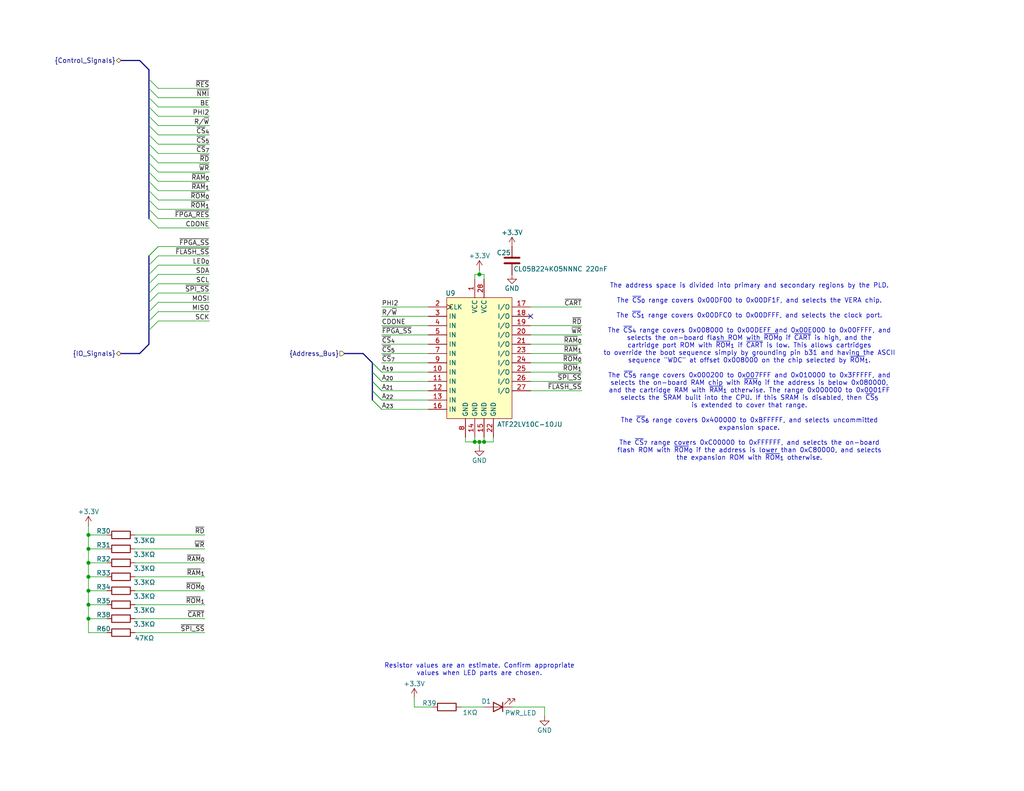
<source format=kicad_sch>
(kicad_sch (version 20231120) (generator "eeschema") (generator_version "8.0")
  (paper "USLetter")
  (lib_symbols
    (symbol "Device:C" (pin_numbers hide) (pin_names (offset 0.254))
      (property "Reference" "C" (at 0.635 2.54 0))
      (property "Value" "C" (at 0.635 -2.54 0))
      (symbol "C_0_1"
        (polyline (pts (xy -2.032 -0.762) (xy 2.032 -0.762)) (stroke (width 0.508)))
        (polyline (pts (xy -2.032 0.762) (xy 2.032 0.762)) (stroke (width 0.508)))
      )
      (symbol "C_1_1"
        (pin passive line (at 0 3.81 270) (length 2.794) (name "~") (number "1"))
        (pin passive line (at 0 -3.81 90) (length 2.794) (name "~") (number "2"))
      )
    )
    (symbol "Device:LED" (pin_numbers hide) (pin_names (offset 1.016) hide)
      (property "Reference" "D" (at 0 2.54 0))
      (property "Value" "LED" (at 0 -2.54 0))
      (symbol "LED_0_1"
        (polyline (pts (xy -1.27 -1.27) (xy -1.27 1.27)) (stroke (width 0.254)))
        (polyline (pts (xy -1.27 0) (xy 1.27 0)))
        (polyline (pts (xy 1.27 -1.27) (xy 1.27 1.27) (xy -1.27 0) (xy 1.27 -1.27)) (stroke (width 0.254)))
        (polyline (pts (xy -3.048 -0.762) (xy -4.572 -2.286) (xy -3.81 -2.286) (xy -4.572 -2.286) (xy -4.572 -1.524)))
        (polyline (pts (xy -1.778 -0.762) (xy -3.302 -2.286) (xy -2.54 -2.286) (xy -3.302 -2.286) (xy -3.302 -1.524)))
      )
      (symbol "LED_1_1"
        (pin passive line (at -3.81 0 0) (length 2.54) (name "K") (number "1"))
        (pin passive line (at 3.81 0 180) (length 2.54) (name "A") (number "2"))
      )
    )
    (symbol "Device:R" (pin_numbers hide) (pin_names (offset 0))
      (property "Reference" "R" (at 2.032 0 90))
      (property "Value" "R" (at 0 0 90))
      (symbol "R_0_1"
        (rectangle (start -1.016 -2.54) (end 1.016 2.54) (stroke (width 0.254)))
      )
      (symbol "R_1_1"
        (pin passive line (at 0 3.81 270) (length 1.27) (name "~") (number "1"))
        (pin passive line (at 0 -3.81 90) (length 1.27) (name "~") (number "2"))
      )
    )
    (symbol "Sentinel 65X - Prototype 4 V2:ATF22LV10C-10JU"
      (property "Reference" "U" (at 0.557 0.7994 0))
      (property "Value" "ATF22LV10C-10JU" (at 10.16 7.62 0))
      (symbol "ATF22LV10C-10JU_1_1"
        (rectangle (start 0 0) (end 17.78 -33.02) (fill (type background)))
        (pin power_in line (at 7.62 5.08 270) (length 5.08) (name "VCC") (number "1"))
        (pin input line (at -5.08 -20.32 0) (length 5.08) (name "IN") (number "10"))
        (pin input line (at -5.08 -22.86 0) (length 5.08) (name "IN") (number "11"))
        (pin input line (at -5.08 -25.4 0) (length 5.08) (name "IN") (number "12"))
        (pin input line (at -5.08 -27.94 0) (length 5.08) (name "IN") (number "13"))
        (pin power_in line (at 7.62 -38.1 90) (length 5.08) (name "GND") (number "14"))
        (pin power_in line (at 10.16 -38.1 90) (length 5.08) (name "GND") (number "15"))
        (pin input line (at -5.08 -30.48 0) (length 5.08) (name "IN") (number "16"))
        (pin bidirectional line (at 22.86 -2.54 180) (length 5.08) (name "I/O") (number "17"))
        (pin bidirectional line (at 22.86 -5.08 180) (length 5.08) (name "I/O") (number "18"))
        (pin bidirectional line (at 22.86 -7.62 180) (length 5.08) (name "I/O") (number "19"))
        (pin input line (at -5.08 -2.54 0) (length 5.08) (name "IN") (number "2") (alternate "CLK" input clock))
        (pin bidirectional line (at 22.86 -10.16 180) (length 5.08) (name "I/O") (number "20"))
        (pin bidirectional line (at 22.86 -12.7 180) (length 5.08) (name "I/O") (number "21"))
        (pin power_in line (at 12.7 -38.1 90) (length 5.08) (name "GND") (number "22"))
        (pin bidirectional line (at 22.86 -15.24 180) (length 5.08) (name "I/O") (number "23"))
        (pin bidirectional line (at 22.86 -17.78 180) (length 5.08) (name "I/O") (number "24"))
        (pin bidirectional line (at 22.86 -20.32 180) (length 5.08) (name "I/O") (number "25"))
        (pin bidirectional line (at 22.86 -22.86 180) (length 5.08) (name "I/O") (number "26"))
        (pin bidirectional line (at 22.86 -25.4 180) (length 5.08) (name "I/O") (number "27"))
        (pin power_in line (at 10.16 5.08 270) (length 5.08) (name "VCC") (number "28"))
        (pin input line (at -5.08 -5.08 0) (length 5.08) (name "IN") (number "3"))
        (pin input line (at -5.08 -7.62 0) (length 5.08) (name "IN") (number "4"))
        (pin input line (at -5.08 -10.16 0) (length 5.08) (name "IN") (number "5"))
        (pin input line (at -5.08 -12.7 0) (length 5.08) (name "IN") (number "6"))
        (pin input line (at -5.08 -15.24 0) (length 5.08) (name "IN") (number "7"))
        (pin power_in line (at 5.08 -38.1 90) (length 5.08) (name "GND") (number "8"))
        (pin input line (at -5.08 -17.78 0) (length 5.08) (name "IN") (number "9"))
      )
    )
    (symbol "power:+3.3V" (power) (pin_numbers hide) (pin_names (offset 0) hide)
      (property "Value" "+3.3V" (at 0 3.556 0))
      (symbol "+3.3V_0_1"
        (polyline (pts (xy -0.762 1.27) (xy 0 2.54)))
        (polyline (pts (xy 0 0) (xy 0 2.54)))
        (polyline (pts (xy 0 2.54) (xy 0.762 1.27)))
      )
      (symbol "+3.3V_1_1"
        (pin power_in line (at 0 0 90) (length 0) (name "~") (number "1"))
      )
    )
    (symbol "power:GND" (power) (pin_numbers hide) (pin_names (offset 0) hide)
      (property "Value" "GND" (at 0 -3.81 0))
      (symbol "GND_0_1"
        (polyline (pts (xy 0 0) (xy 0 -1.27) (xy 1.27 -1.27) (xy 0 -2.54) (xy -1.27 -1.27) (xy 0 -1.27)))
      )
      (symbol "GND_1_1"
        (pin power_in line (at 0 0 270) (length 0) (name "~") (number "1"))
      )
    )
  )
  (junction (at 130.81 120.65))
  (junction (at 24.13 165.1))
  (junction (at 24.13 161.29))
  (junction (at 129.54 120.65))
  (junction (at 24.13 149.86))
  (junction (at 24.13 153.67))
  (junction (at 24.13 157.48))
  (junction (at 24.13 146.05))
  (junction (at 24.13 168.91))
  (junction (at 130.81 74.93))
  (junction (at 132.08 120.65))
  (no_connect (at 144.78 86.36))
  (bus_entry (at 40.64 74.93) (size 2.54 -2.54))
  (bus_entry (at 40.64 57.15) (size 2.54 2.54))
  (bus_entry (at 40.64 39.37) (size 2.54 2.54))
  (bus_entry (at 40.64 21.59) (size 2.54 2.54))
  (bus_entry (at 40.64 29.21) (size 2.54 2.54))
  (bus_entry (at 40.64 69.85) (size 2.54 -2.54))
  (bus_entry (at 40.64 31.75) (size 2.54 2.54))
  (bus_entry (at 40.64 52.07) (size 2.54 2.54))
  (bus_entry (at 40.64 59.69) (size 2.54 2.54))
  (bus_entry (at 40.64 24.13) (size 2.54 2.54))
  (bus_entry (at 101.6 101.6) (size 2.54 2.54))
  (bus_entry (at 104.14 106.68) (size -2.54 -2.54))
  (bus_entry (at 40.64 49.53) (size 2.54 2.54))
  (bus_entry (at 40.64 80.01) (size 2.54 -2.54))
  (bus_entry (at 40.64 77.47) (size 2.54 -2.54))
  (bus_entry (at 40.64 34.29) (size 2.54 2.54))
  (bus_entry (at 104.14 104.14) (size -2.54 -2.54))
  (bus_entry (at 104.14 111.76) (size -2.54 -2.54))
  (bus_entry (at 104.14 109.22) (size -2.54 -2.54))
  (bus_entry (at 40.64 54.61) (size 2.54 2.54))
  (bus_entry (at 40.64 87.63) (size 2.54 -2.54))
  (bus_entry (at 101.6 109.22) (size 2.54 2.54))
  (bus_entry (at 101.6 104.14) (size 2.54 2.54))
  (bus_entry (at 40.64 69.85) (size 2.54 -2.54))
  (bus_entry (at 104.14 101.6) (size -2.54 -2.54))
  (bus_entry (at 40.64 26.67) (size 2.54 2.54))
  (bus_entry (at 40.64 72.39) (size 2.54 -2.54))
  (bus_entry (at 40.64 41.91) (size 2.54 2.54))
  (bus_entry (at 40.64 44.45) (size 2.54 2.54))
  (bus_entry (at 40.64 90.17) (size 2.54 -2.54))
  (bus_entry (at 40.64 85.09) (size 2.54 -2.54))
  (bus_entry (at 40.64 82.55) (size 2.54 -2.54))
  (bus_entry (at 40.64 46.99) (size 2.54 2.54))
  (bus_entry (at 101.6 99.06) (size 2.54 2.54))
  (bus_entry (at 40.64 36.83) (size 2.54 2.54))
  (bus_entry (at 101.6 106.68) (size 2.54 2.54))
  (bus (pts (xy 40.64 24.13) (xy 40.64 26.67)))
  (wire (pts (xy 43.18 80.01) (xy 57.15 80.01)))
  (wire (pts (xy 158.75 104.14) (xy 144.78 104.14)))
  (bus (pts (xy 40.64 46.99) (xy 40.64 49.53)))
  (wire (pts (xy 104.14 93.98) (xy 116.84 93.98)))
  (bus (pts (xy 40.64 31.75) (xy 40.64 34.29)))
  (bus (pts (xy 101.6 99.06) (xy 101.6 101.6)))
  (wire (pts (xy 24.13 172.72) (xy 29.21 172.72)))
  (wire (pts (xy 43.18 62.23) (xy 57.15 62.23)))
  (bus (pts (xy 40.64 21.59) (xy 40.64 24.13)))
  (bus (pts (xy 40.64 49.53) (xy 40.64 52.07)))
  (wire (pts (xy 129.54 74.93) (xy 130.81 74.93)))
  (wire (pts (xy 104.14 96.52) (xy 116.84 96.52)))
  (wire (pts (xy 24.13 168.91) (xy 24.13 172.72)))
  (wire (pts (xy 158.75 106.68) (xy 144.78 106.68)))
  (bus (pts (xy 40.64 29.21) (xy 40.64 31.75)))
  (wire (pts (xy 43.18 44.45) (xy 57.15 44.45)))
  (bus (pts (xy 40.64 82.55) (xy 40.64 85.09)))
  (wire (pts (xy 43.18 39.37) (xy 57.15 39.37)))
  (wire (pts (xy 144.78 83.82) (xy 158.75 83.82)))
  (wire (pts (xy 158.75 96.52) (xy 144.78 96.52)))
  (wire (pts (xy 43.18 77.47) (xy 57.15 77.47)))
  (wire (pts (xy 24.13 149.86) (xy 24.13 153.67)))
  (bus (pts (xy 40.64 44.45) (xy 40.64 46.99)))
  (wire (pts (xy 158.75 88.9) (xy 144.78 88.9)))
  (bus (pts (xy 40.64 41.91) (xy 40.64 44.45)))
  (wire (pts (xy 139.7 193.04) (xy 148.59 193.04)))
  (bus (pts (xy 33.02 16.51) (xy 38.1 16.51)))
  (wire (pts (xy 104.14 88.9) (xy 116.84 88.9)))
  (wire (pts (xy 104.14 86.36) (xy 116.84 86.36)))
  (wire (pts (xy 104.14 99.06) (xy 116.84 99.06)))
  (bus (pts (xy 40.64 90.17) (xy 40.64 93.98)))
  (wire (pts (xy 132.08 74.93) (xy 132.08 76.2)))
  (bus (pts (xy 40.64 72.39) (xy 40.64 74.93)))
  (wire (pts (xy 43.18 31.75) (xy 57.15 31.75)))
  (wire (pts (xy 158.75 91.44) (xy 144.78 91.44)))
  (wire (pts (xy 104.14 83.82) (xy 116.84 83.82)))
  (bus (pts (xy 40.64 34.29) (xy 40.64 36.83)))
  (bus (pts (xy 40.64 69.85) (xy 40.64 72.39)))
  (wire (pts (xy 43.18 69.85) (xy 57.15 69.85)))
  (bus (pts (xy 40.64 80.01) (xy 40.64 82.55)))
  (bus (pts (xy 40.64 26.67) (xy 40.64 29.21)))
  (wire (pts (xy 43.18 24.13) (xy 57.15 24.13)))
  (wire (pts (xy 104.14 104.14) (xy 116.84 104.14)))
  (wire (pts (xy 55.88 146.05) (xy 36.83 146.05)))
  (wire (pts (xy 43.18 54.61) (xy 57.15 54.61)))
  (wire (pts (xy 43.18 59.69) (xy 57.15 59.69)))
  (wire (pts (xy 24.13 157.48) (xy 24.13 161.29)))
  (bus (pts (xy 40.64 85.09) (xy 40.64 87.63)))
  (wire (pts (xy 43.18 52.07) (xy 57.15 52.07)))
  (wire (pts (xy 127 120.65) (xy 129.54 120.65)))
  (wire (pts (xy 132.08 119.38) (xy 132.08 120.65)))
  (wire (pts (xy 130.81 120.65) (xy 130.81 121.92)))
  (wire (pts (xy 43.18 67.31) (xy 57.15 67.31)))
  (wire (pts (xy 134.62 119.38) (xy 134.62 120.65)))
  (wire (pts (xy 104.14 109.22) (xy 116.84 109.22)))
  (wire (pts (xy 24.13 149.86) (xy 29.21 149.86)))
  (wire (pts (xy 125.73 193.04) (xy 132.08 193.04)))
  (bus (pts (xy 38.1 96.52) (xy 40.64 93.98)))
  (bus (pts (xy 40.64 57.15) (xy 40.64 59.69)))
  (wire (pts (xy 158.75 99.06) (xy 144.78 99.06)))
  (bus (pts (xy 40.64 87.63) (xy 40.64 90.17)))
  (wire (pts (xy 43.18 85.09) (xy 57.15 85.09)))
  (wire (pts (xy 24.13 165.1) (xy 29.21 165.1)))
  (bus (pts (xy 40.64 39.37) (xy 40.64 41.91)))
  (wire (pts (xy 113.03 193.04) (xy 118.11 193.04)))
  (wire (pts (xy 24.13 161.29) (xy 24.13 165.1)))
  (bus (pts (xy 101.6 106.68) (xy 101.6 109.22)))
  (wire (pts (xy 24.13 153.67) (xy 24.13 157.48)))
  (bus (pts (xy 101.6 104.14) (xy 101.6 106.68)))
  (wire (pts (xy 129.54 120.65) (xy 130.81 120.65)))
  (bus (pts (xy 93.98 96.52) (xy 99.06 96.52)))
  (wire (pts (xy 127 119.38) (xy 127 120.65)))
  (wire (pts (xy 24.13 146.05) (xy 24.13 149.86)))
  (wire (pts (xy 132.08 120.65) (xy 134.62 120.65)))
  (wire (pts (xy 24.13 153.67) (xy 29.21 153.67)))
  (wire (pts (xy 129.54 119.38) (xy 129.54 120.65)))
  (wire (pts (xy 55.88 157.48) (xy 36.83 157.48)))
  (wire (pts (xy 55.88 149.86) (xy 36.83 149.86)))
  (wire (pts (xy 130.81 74.93) (xy 132.08 74.93)))
  (wire (pts (xy 36.83 168.91) (xy 55.88 168.91)))
  (wire (pts (xy 55.88 165.1) (xy 36.83 165.1)))
  (bus (pts (xy 40.64 74.93) (xy 40.64 77.47)))
  (wire (pts (xy 130.81 73.66) (xy 130.81 74.93)))
  (wire (pts (xy 158.75 101.6) (xy 144.78 101.6)))
  (wire (pts (xy 24.13 161.29) (xy 29.21 161.29)))
  (wire (pts (xy 43.18 26.67) (xy 57.15 26.67)))
  (wire (pts (xy 43.18 46.99) (xy 57.15 46.99)))
  (wire (pts (xy 55.88 161.29) (xy 36.83 161.29)))
  (bus (pts (xy 40.64 54.61) (xy 40.64 57.15)))
  (bus (pts (xy 40.64 77.47) (xy 40.64 80.01)))
  (wire (pts (xy 43.18 49.53) (xy 57.15 49.53)))
  (wire (pts (xy 24.13 143.51) (xy 24.13 146.05)))
  (wire (pts (xy 43.18 72.39) (xy 57.15 72.39)))
  (wire (pts (xy 43.18 29.21) (xy 57.15 29.21)))
  (wire (pts (xy 43.18 87.63) (xy 57.15 87.63)))
  (wire (pts (xy 104.14 106.68) (xy 116.84 106.68)))
  (wire (pts (xy 24.13 168.91) (xy 29.21 168.91)))
  (wire (pts (xy 24.13 165.1) (xy 24.13 168.91)))
  (bus (pts (xy 40.64 52.07) (xy 40.64 54.61)))
  (bus (pts (xy 99.06 96.52) (xy 101.6 99.06)))
  (wire (pts (xy 104.14 101.6) (xy 116.84 101.6)))
  (wire (pts (xy 104.14 91.44) (xy 116.84 91.44)))
  (wire (pts (xy 24.13 157.48) (xy 29.21 157.48)))
  (bus (pts (xy 40.64 36.83) (xy 40.64 39.37)))
  (wire (pts (xy 43.18 41.91) (xy 57.15 41.91)))
  (wire (pts (xy 104.14 111.76) (xy 116.84 111.76)))
  (bus (pts (xy 40.64 19.05) (xy 40.64 21.59)))
  (wire (pts (xy 130.81 120.65) (xy 132.08 120.65)))
  (wire (pts (xy 43.18 34.29) (xy 57.15 34.29)))
  (bus (pts (xy 38.1 16.51) (xy 40.64 19.05)))
  (wire (pts (xy 24.13 146.05) (xy 29.21 146.05)))
  (wire (pts (xy 148.59 193.04) (xy 148.59 195.58)))
  (wire (pts (xy 43.18 82.55) (xy 57.15 82.55)))
  (wire (pts (xy 113.03 190.5) (xy 113.03 193.04)))
  (bus (pts (xy 33.02 96.52) (xy 38.1 96.52)))
  (wire (pts (xy 43.18 36.83) (xy 57.15 36.83)))
  (bus (pts (xy 101.6 101.6) (xy 101.6 104.14)))
  (wire (pts (xy 55.88 153.67) (xy 36.83 153.67)))
  (wire (pts (xy 158.75 93.98) (xy 144.78 93.98)))
  (wire (pts (xy 55.88 172.72) (xy 36.83 172.72)))
  (wire (pts (xy 43.18 57.15) (xy 57.15 57.15)))
  (wire (pts (xy 129.54 74.93) (xy 129.54 76.2)))
  (wire (pts (xy 43.18 74.93) (xy 57.15 74.93)))
  (text "The address space is divided into primary and secondary regions by the PLD.\n\nThe ~{CS}_{0} range covers 0x00DF00 to 0x00DF1F, and selects the VERA chip.\n\nThe ~{CS}_{1} range covers 0x00DFC0 to 0x00DFFF, and selects the clock port.\n\nThe ~{CS}_{4} range covers 0x008000 to 0x00DEFF and 0x00E000 to 0x00FFFF, and\nselects the on-board flash ROM with ~{ROM}_{0} if ~{CART} is high, and the\ncartridge port ROM with ~{ROM}_{1} if ~{CART} is low. This allows cartridges\nto override the boot sequence simply by grounding pin b31 and having the ASCII\nsequence \"WDC\" at offset 0x008000 on the chip selected by ~{ROM}_{1}.\n\nThe ~{CS}_{5} range covers 0x000200 to 0x007FFF and 0x010000 to 0x3FFFFF, and\nselects the on-board RAM chip with ~{RAM}_{0} if the address is below 0x080000,\nand the cartridge RAM with ~{RAM}_{1} otherwise. The range 0x000000 to 0x0001FF\nselects the SRAM built into the CPU. If this SRAM is disabled, then ~{CS}_{5}\nis extended to cover that range.\n\nThe ~{CS}_{6} range covers 0x400000 to 0xBFFFFF, and selects uncommitted\nexpansion space.\n\nThe ~{CS}_{7} range covers 0xC00000 to 0xFFFFFF, and selects the on-board\nflash ROM with ~{ROM}_{0} if the address is lower than 0xC80000, and selects\nthe expansion ROM with ~{ROM}_{1} otherwise." (at 204.47 101.6 0) (effects (font (size 1.27 1.27))))
  (text "Resistor values are an estimate. Confirm appropriate\nvalues when LED parts are chosen." (at 130.81 182.88 0) (effects (font (size 1.27 1.27))))
  (label "~{WR}" (at 57.15 46.99 180))
  (label "~{FPGA_SS}" (at 57.15 67.31 180))
  (label "~{FPGA_SS}" (at 104.14 91.44 0))
  (label "~{CS}_{4}" (at 57.15 36.83 180))
  (label "~{RAM}_{0}" (at 55.88 153.67 180))
  (label "MISO" (at 57.15 85.09 180))
  (label "~{CS}_{5}" (at 104.14 96.52 0))
  (label "A_{20}" (at 104.14 104.14 0))
  (label "~{ROM}_{1}" (at 55.88 165.1 180))
  (label "~{ROM}_{0}" (at 57.15 54.61 180))
  (label "MOSI" (at 57.15 82.55 180))
  (label "~{ROM}_{0}" (at 55.88 161.29 180))
  (label "~{FLASH_SS}" (at 57.15 69.85 180))
  (label "SCL" (at 57.15 77.47 180))
  (label "~{CS}_{7}" (at 104.14 99.06 0))
  (label "~{SPI_SS}" (at 55.88 172.72 180))
  (label "~{FPGA_RES}" (at 57.15 59.69 180))
  (label "~{ROM}_{0}" (at 158.75 99.06 180))
  (label "SDA" (at 57.15 74.93 180))
  (label "~{CS}_{4}" (at 104.14 93.98 0))
  (label "R{slash}~{W}" (at 104.14 86.36 0))
  (label "A_{22}" (at 104.14 109.22 0))
  (label "~{RAM}_{1}" (at 158.75 96.52 180))
  (label "PHI2" (at 57.15 31.75 180))
  (label "~{WR}" (at 55.88 149.86 180))
  (label "~{RD}" (at 55.88 146.05 180))
  (label "A_{23}" (at 104.14 111.76 0))
  (label "~{CART}" (at 158.75 83.82 180))
  (label "LED_{0}" (at 57.15 72.39 180))
  (label "A_{21}" (at 104.14 106.68 0))
  (label "PHI2" (at 104.14 83.82 0))
  (label "~{RES}" (at 57.15 24.13 180))
  (label "~{RAM}_{0}" (at 158.75 93.98 180))
  (label "A_{19}" (at 104.14 101.6 0))
  (label "~{CART}" (at 55.88 168.91 180))
  (label "CDONE" (at 57.15 62.23 180))
  (label "~{SPI_SS}" (at 158.75 104.14 180))
  (label "~{NMI}" (at 57.15 26.67 180))
  (label "~{RAM}_{1}" (at 57.15 52.07 180))
  (label "SCK" (at 57.15 87.63 180))
  (label "~{CS}_{5}" (at 57.15 39.37 180))
  (label "~{RD}" (at 57.15 44.45 180))
  (label "CDONE" (at 104.14 88.9 0))
  (label "~{RAM}_{1}" (at 55.88 157.48 180))
  (label "~{WR}" (at 158.75 91.44 180))
  (label "~{SPI_SS}" (at 57.15 80.01 180))
  (label "~{RD}" (at 158.75 88.9 180))
  (label "R{slash}~{W}" (at 57.15 34.29 180))
  (label "~{ROM}_{1}" (at 57.15 57.15 180))
  (label "~{ROM}_{1}" (at 158.75 101.6 180))
  (label "~{CS}_{7}" (at 57.15 41.91 180))
  (label "~{RAM}_{0}" (at 57.15 49.53 180))
  (label "BE" (at 57.15 29.21 180))
  (label "~{FLASH_SS}" (at 158.75 106.68 180))
  (hierarchical_label "{IO_Signals}" (shape bidirectional) (at 33.02 96.52 180))
  (hierarchical_label "{Control_Signals}" (shape bidirectional) (at 33.02 16.51 180))
  (hierarchical_label "{Address_Bus}" (shape input) (at 93.98 96.52 180))
  (symbol (lib_id "power:+3.3V") (at 139.7 67.31 0) (unit 1)
    (property "Reference" "#PWR080" (effects (hide yes)))
    (property "Value" "+3.3V" (at 139.7 63.5 0))
    (property "Description" "Power symbol creates a global label with name \"+3.3V\"" (effects (hide yes)))
  )
  (symbol (lib_id "Device:R") (at 33.02 161.29 90) (unit 1)
    (property "Reference" "R34" (at 28.2644 160.2482 90))
    (property "Value" "3.3KΩ" (at 39.3831 162.8161 90))
    (property "Footprint" "Resistor_SMD:R_0402_1005Metric" (effects (hide yes)))
    (property "Description" "Resistor" (effects (hide yes)))
  )
  (symbol (lib_id "Device:R") (at 33.02 153.67 90) (unit 1)
    (property "Reference" "R32" (at 28.2644 152.6282 90))
    (property "Value" "3.3KΩ" (at 39.3831 155.1961 90))
    (property "Footprint" "Resistor_SMD:R_0402_1005Metric" (effects (hide yes)))
    (property "Description" "Resistor" (effects (hide yes)))
  )
  (symbol (lib_id "power:GND") (at 130.81 121.92 0) (unit 1)
    (property "Reference" "#PWR079" (effects (hide yes)))
    (property "Value" "GND" (at 130.81 125.73 0))
    (property "Description" "Power symbol creates a global label with name \"GND\" , ground" (effects (hide yes)))
  )
  (symbol (lib_id "power:GND") (at 139.7 74.93 0) (unit 1)
    (property "Reference" "#PWR081" (effects (hide yes)))
    (property "Value" "GND" (at 139.7 78.74 0))
    (property "Description" "Power symbol creates a global label with name \"GND\" , ground" (effects (hide yes)))
  )
  (symbol (lib_id "Device:LED") (at 135.89 193.04 180) (unit 1)
    (property "Reference" "D1" (at 132.6856 191.4676 0))
    (property "Value" "PWR_LED" (at 142.0623 194.6577 0))
    (property "Footprint" "LED_THT:LED_D3.0mm" (effects (hide yes)))
    (property "Description" "Light emitting diode" (effects (hide yes)))
  )
  (symbol (lib_id "Device:R") (at 33.02 168.91 90) (unit 1)
    (property "Reference" "R38" (at 28.2644 167.8682 90))
    (property "Value" "3.3KΩ" (at 39.3831 170.4361 90))
    (property "Footprint" "Resistor_SMD:R_0402_1005Metric" (effects (hide yes)))
    (property "Description" "Resistor" (effects (hide yes)))
  )
  (symbol (lib_id "Device:R") (at 33.02 157.48 90) (unit 1)
    (property "Reference" "R33" (at 28.2644 156.4382 90))
    (property "Value" "3.3KΩ" (at 39.3831 159.0061 90))
    (property "Footprint" "Resistor_SMD:R_0402_1005Metric" (effects (hide yes)))
    (property "Description" "Resistor" (effects (hide yes)))
  )
  (symbol (lib_id "Device:R") (at 33.02 146.05 90) (unit 1)
    (property "Reference" "R30" (at 28.2644 145.0082 90))
    (property "Value" "3.3KΩ" (at 39.3831 147.5761 90))
    (property "Footprint" "Resistor_SMD:R_0402_1005Metric" (effects (hide yes)))
    (property "Description" "Resistor" (effects (hide yes)))
  )
  (symbol (lib_id "power:GND") (at 148.59 195.58 0) (unit 1)
    (property "Reference" "#PWR082" (effects (hide yes)))
    (property "Value" "GND" (at 148.59 199.39 0))
    (property "Description" "Power symbol creates a global label with name \"GND\" , ground" (effects (hide yes)))
  )
  (symbol (lib_id "Device:R") (at 33.02 149.86 90) (unit 1)
    (property "Reference" "R31" (at 28.2644 148.8182 90))
    (property "Value" "3.3KΩ" (at 39.3831 151.3861 90))
    (property "Footprint" "Resistor_SMD:R_0402_1005Metric" (effects (hide yes)))
    (property "Description" "Resistor" (effects (hide yes)))
  )
  (symbol (lib_id "Sentinel 65X - Prototype 4 V2:ATF22LV10C-10JU") (at 121.92 81.28 0) (unit 1)
    (property "Reference" "U9" (at 121.5364 80.0449 0) (effects (justify left)))
    (property "Value" "ATF22LV10C-10JU" (at 135.6307 115.861 0) (effects (justify left)))
    (property "Footprint" "Package_LCC:PLCC-28_SMD-Socket" (effects (hide yes)))
    (property "Datasheet" "https://www.mouser.ca/datasheet/2/268/doc0780-1368986.pdf" (effects (hide yes)))
    (property "Description" "High-performance Electrically Erasable Programmable Logic Device" (effects (hide yes)))
    (pin "2" (alternate "CLK"))
  )
  (symbol (lib_id "power:+3.3V") (at 113.03 190.5 0) (unit 1)
    (property "Reference" "#PWR077" (effects (hide yes)))
    (property "Value" "+3.3V" (at 113.03 186.69 0))
    (property "Description" "Power symbol creates a global label with name \"+3.3V\"" (effects (hide yes)))
  )
  (symbol (lib_id "power:+3.3V") (at 130.81 73.66 0) (unit 1)
    (property "Reference" "#PWR078" (effects (hide yes)))
    (property "Value" "+3.3V" (at 130.81 69.85 0))
    (property "Description" "Power symbol creates a global label with name \"+3.3V\"" (effects (hide yes)))
  )
  (symbol (lib_id "Device:R") (at 33.02 172.72 90) (unit 1)
    (property "Reference" "R60" (at 28.2644 171.6782 90))
    (property "Value" "47KΩ" (at 39.3831 174.2461 90))
    (property "Footprint" "Resistor_SMD:R_0402_1005Metric" (effects (hide yes)))
    (property "Description" "Resistor" (effects (hide yes)))
  )
  (symbol (lib_id "Device:C") (at 139.7 71.12 0) (unit 1)
    (property "Reference" "C25" (at 135.504 69.0048 0) (effects (justify left)))
    (property "Value" "CL05B224KO5NNNC 220nF " (at 140.0694 73.4423 0) (effects (justify left)))
    (property "Footprint" "Capacitor_SMD:C_0402_1005Metric" (effects (hide yes)))
    (property "Description" "Unpolarized capacitor" (effects (hide yes)))
  )
  (symbol (lib_id "power:+3.3V") (at 24.13 143.51 0) (unit 1)
    (property "Reference" "#PWR076" (effects (hide yes)))
    (property "Value" "+3.3V" (at 24.13 139.7 0))
    (property "Description" "Power symbol creates a global label with name \"+3.3V\"" (effects (hide yes)))
  )
  (symbol (lib_id "Device:R") (at 33.02 165.1 90) (unit 1)
    (property "Reference" "R35" (at 28.2644 164.0582 90))
    (property "Value" "3.3KΩ" (at 39.3831 166.6261 90))
    (property "Footprint" "Resistor_SMD:R_0402_1005Metric" (effects (hide yes)))
    (property "Description" "Resistor" (effects (hide yes)))
  )
  (symbol (lib_id "Device:R") (at 121.92 193.04 90) (unit 1)
    (property "Reference" "R39" (at 117.1644 191.9982 90))
    (property "Value" "1KΩ" (at 128.2831 194.5661 90))
    (property "Footprint" "Resistor_SMD:R_0402_1005Metric" (effects (hide yes)))
    (property "Description" "Resistor" (effects (hide yes)))
  )
)
</source>
